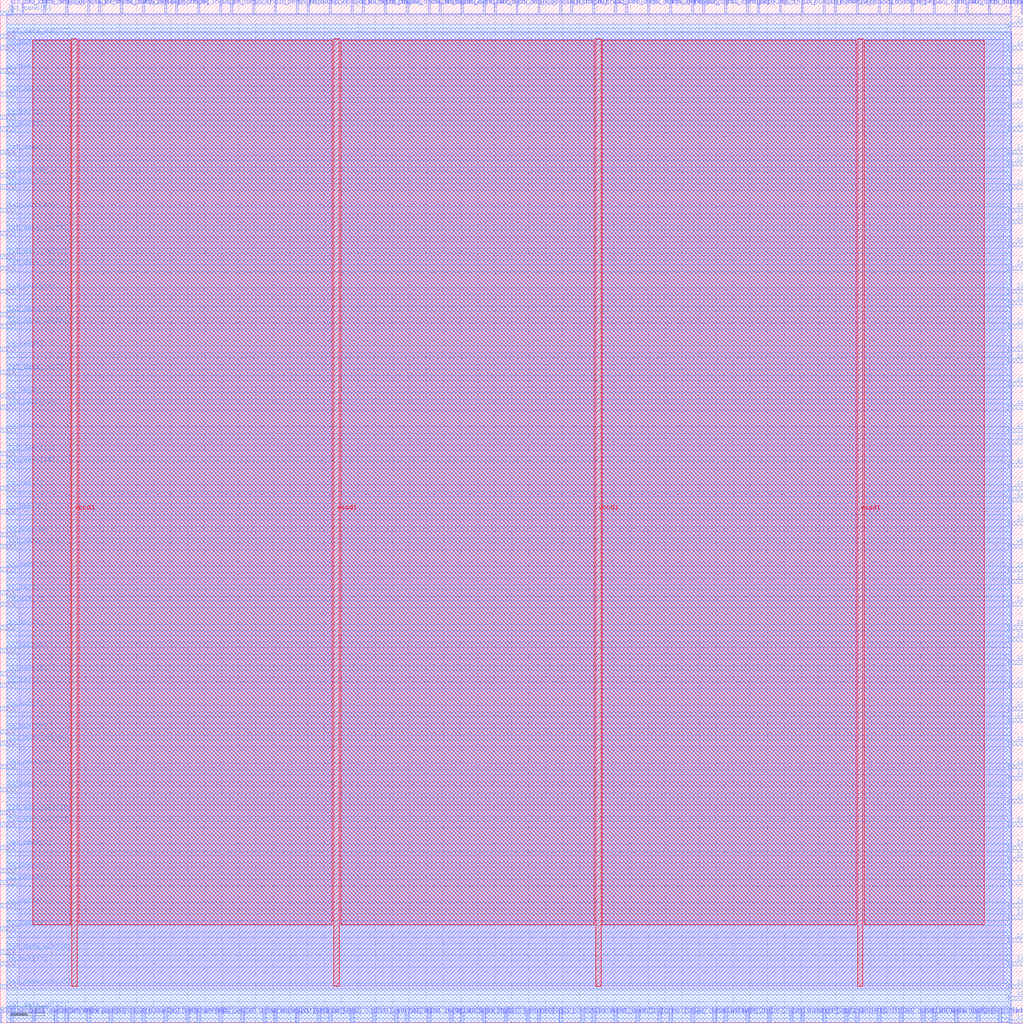
<source format=lef>
VERSION 5.7 ;
  NOWIREEXTENSIONATPIN ON ;
  DIVIDERCHAR "/" ;
  BUSBITCHARS "[]" ;
MACRO wrapped_wavelet_transform
  CLASS BLOCK ;
  FOREIGN wrapped_wavelet_transform ;
  ORIGIN 0.000 0.000 ;
  SIZE 300.000 BY 300.000 ;
  PIN active
    DIRECTION INPUT ;
    USE SIGNAL ;
    PORT
      LAYER met3 ;
        RECT 0.000 278.540 4.000 279.740 ;
    END
  END active
  PIN io_in[0]
    DIRECTION INPUT ;
    USE SIGNAL ;
    PORT
      LAYER met2 ;
        RECT 93.330 0.000 93.890 4.000 ;
    END
  END io_in[0]
  PIN io_in[10]
    DIRECTION INPUT ;
    USE SIGNAL ;
    PORT
      LAYER met2 ;
        RECT 167.390 296.000 167.950 300.000 ;
    END
  END io_in[10]
  PIN io_in[11]
    DIRECTION INPUT ;
    USE SIGNAL ;
    PORT
      LAYER met2 ;
        RECT 3.170 296.000 3.730 300.000 ;
    END
  END io_in[11]
  PIN io_in[12]
    DIRECTION INPUT ;
    USE SIGNAL ;
    PORT
      LAYER met3 ;
        RECT 296.000 251.340 300.000 252.540 ;
    END
  END io_in[12]
  PIN io_in[13]
    DIRECTION INPUT ;
    USE SIGNAL ;
    PORT
      LAYER met2 ;
        RECT 141.630 0.000 142.190 4.000 ;
    END
  END io_in[13]
  PIN io_in[14]
    DIRECTION INPUT ;
    USE SIGNAL ;
    PORT
      LAYER met2 ;
        RECT 112.650 296.000 113.210 300.000 ;
    END
  END io_in[14]
  PIN io_in[15]
    DIRECTION INPUT ;
    USE SIGNAL ;
    PORT
      LAYER met3 ;
        RECT 296.000 261.540 300.000 262.740 ;
    END
  END io_in[15]
  PIN io_in[16]
    DIRECTION INPUT ;
    USE SIGNAL ;
    PORT
      LAYER met3 ;
        RECT 296.000 23.540 300.000 24.740 ;
    END
  END io_in[16]
  PIN io_in[17]
    DIRECTION INPUT ;
    USE SIGNAL ;
    PORT
      LAYER met2 ;
        RECT 64.350 296.000 64.910 300.000 ;
    END
  END io_in[17]
  PIN io_in[18]
    DIRECTION INPUT ;
    USE SIGNAL ;
    PORT
      LAYER met2 ;
        RECT 74.010 296.000 74.570 300.000 ;
    END
  END io_in[18]
  PIN io_in[19]
    DIRECTION INPUT ;
    USE SIGNAL ;
    PORT
      LAYER met2 ;
        RECT 257.550 0.000 258.110 4.000 ;
    END
  END io_in[19]
  PIN io_in[1]
    DIRECTION INPUT ;
    USE SIGNAL ;
    PORT
      LAYER met3 ;
        RECT 0.000 98.340 4.000 99.540 ;
    END
  END io_in[1]
  PIN io_in[20]
    DIRECTION INPUT ;
    USE SIGNAL ;
    PORT
      LAYER met3 ;
        RECT 0.000 173.140 4.000 174.340 ;
    END
  END io_in[20]
  PIN io_in[21]
    DIRECTION INPUT ;
    USE SIGNAL ;
    PORT
      LAYER met3 ;
        RECT 0.000 115.340 4.000 116.540 ;
    END
  END io_in[21]
  PIN io_in[22]
    DIRECTION INPUT ;
    USE SIGNAL ;
    PORT
      LAYER met3 ;
        RECT 296.000 91.540 300.000 92.740 ;
    END
  END io_in[22]
  PIN io_in[23]
    DIRECTION INPUT ;
    USE SIGNAL ;
    PORT
      LAYER met2 ;
        RECT 57.910 296.000 58.470 300.000 ;
    END
  END io_in[23]
  PIN io_in[24]
    DIRECTION INPUT ;
    USE SIGNAL ;
    PORT
      LAYER met2 ;
        RECT 41.810 296.000 42.370 300.000 ;
    END
  END io_in[24]
  PIN io_in[25]
    DIRECTION INPUT ;
    USE SIGNAL ;
    PORT
      LAYER met2 ;
        RECT 225.350 0.000 225.910 4.000 ;
    END
  END io_in[25]
  PIN io_in[26]
    DIRECTION INPUT ;
    USE SIGNAL ;
    PORT
      LAYER met2 ;
        RECT 218.910 0.000 219.470 4.000 ;
    END
  END io_in[26]
  PIN io_in[27]
    DIRECTION INPUT ;
    USE SIGNAL ;
    PORT
      LAYER met3 ;
        RECT 296.000 64.340 300.000 65.540 ;
    END
  END io_in[27]
  PIN io_in[28]
    DIRECTION INPUT ;
    USE SIGNAL ;
    PORT
      LAYER met2 ;
        RECT 196.370 0.000 196.930 4.000 ;
    END
  END io_in[28]
  PIN io_in[29]
    DIRECTION INPUT ;
    USE SIGNAL ;
    PORT
      LAYER met2 ;
        RECT 299.410 296.000 299.970 300.000 ;
    END
  END io_in[29]
  PIN io_in[2]
    DIRECTION INPUT ;
    USE SIGNAL ;
    PORT
      LAYER met2 ;
        RECT 96.550 0.000 97.110 4.000 ;
    END
  END io_in[2]
  PIN io_in[30]
    DIRECTION INPUT ;
    USE SIGNAL ;
    PORT
      LAYER met3 ;
        RECT 296.000 115.340 300.000 116.540 ;
    END
  END io_in[30]
  PIN io_in[31]
    DIRECTION INPUT ;
    USE SIGNAL ;
    PORT
      LAYER met3 ;
        RECT 0.000 264.940 4.000 266.140 ;
    END
  END io_in[31]
  PIN io_in[32]
    DIRECTION INPUT ;
    USE SIGNAL ;
    PORT
      LAYER met2 ;
        RECT 186.710 0.000 187.270 4.000 ;
    END
  END io_in[32]
  PIN io_in[33]
    DIRECTION INPUT ;
    USE SIGNAL ;
    PORT
      LAYER met3 ;
        RECT 0.000 156.140 4.000 157.340 ;
    END
  END io_in[33]
  PIN io_in[34]
    DIRECTION INPUT ;
    USE SIGNAL ;
    PORT
      LAYER met2 ;
        RECT 228.570 296.000 229.130 300.000 ;
    END
  END io_in[34]
  PIN io_in[35]
    DIRECTION INPUT ;
    USE SIGNAL ;
    PORT
      LAYER met2 ;
        RECT 260.770 296.000 261.330 300.000 ;
    END
  END io_in[35]
  PIN io_in[36]
    DIRECTION INPUT ;
    USE SIGNAL ;
    PORT
      LAYER met3 ;
        RECT 296.000 186.740 300.000 187.940 ;
    END
  END io_in[36]
  PIN io_in[37]
    DIRECTION INPUT ;
    USE SIGNAL ;
    PORT
      LAYER met2 ;
        RECT 267.210 296.000 267.770 300.000 ;
    END
  END io_in[37]
  PIN io_in[3]
    DIRECTION INPUT ;
    USE SIGNAL ;
    PORT
      LAYER met2 ;
        RECT 173.830 296.000 174.390 300.000 ;
    END
  END io_in[3]
  PIN io_in[4]
    DIRECTION INPUT ;
    USE SIGNAL ;
    PORT
      LAYER met3 ;
        RECT 296.000 179.940 300.000 181.140 ;
    END
  END io_in[4]
  PIN io_in[5]
    DIRECTION INPUT ;
    USE SIGNAL ;
    PORT
      LAYER met3 ;
        RECT 296.000 285.340 300.000 286.540 ;
    END
  END io_in[5]
  PIN io_in[6]
    DIRECTION INPUT ;
    USE SIGNAL ;
    PORT
      LAYER met3 ;
        RECT 0.000 183.340 4.000 184.540 ;
    END
  END io_in[6]
  PIN io_in[7]
    DIRECTION INPUT ;
    USE SIGNAL ;
    PORT
      LAYER met3 ;
        RECT 0.000 125.540 4.000 126.740 ;
    END
  END io_in[7]
  PIN io_in[8]
    DIRECTION INPUT ;
    USE SIGNAL ;
    PORT
      LAYER met3 ;
        RECT 296.000 196.940 300.000 198.140 ;
    END
  END io_in[8]
  PIN io_in[9]
    DIRECTION INPUT ;
    USE SIGNAL ;
    PORT
      LAYER met2 ;
        RECT 51.470 296.000 52.030 300.000 ;
    END
  END io_in[9]
  PIN io_oeb[0]
    DIRECTION INOUT ;
    USE SIGNAL ;
    PORT
      LAYER met2 ;
        RECT 157.730 0.000 158.290 4.000 ;
    END
  END io_oeb[0]
  PIN io_oeb[10]
    DIRECTION INOUT ;
    USE SIGNAL ;
    PORT
      LAYER met3 ;
        RECT 0.000 101.740 4.000 102.940 ;
    END
  END io_oeb[10]
  PIN io_oeb[11]
    DIRECTION INOUT ;
    USE SIGNAL ;
    PORT
      LAYER met3 ;
        RECT 296.000 169.740 300.000 170.940 ;
    END
  END io_oeb[11]
  PIN io_oeb[12]
    DIRECTION INOUT ;
    USE SIGNAL ;
    PORT
      LAYER met3 ;
        RECT 296.000 88.140 300.000 89.340 ;
    END
  END io_oeb[12]
  PIN io_oeb[13]
    DIRECTION INOUT ;
    USE SIGNAL ;
    PORT
      LAYER met3 ;
        RECT 296.000 81.340 300.000 82.540 ;
    END
  END io_oeb[13]
  PIN io_oeb[14]
    DIRECTION INOUT ;
    USE SIGNAL ;
    PORT
      LAYER met3 ;
        RECT 0.000 26.940 4.000 28.140 ;
    END
  END io_oeb[14]
  PIN io_oeb[15]
    DIRECTION INOUT ;
    USE SIGNAL ;
    PORT
      LAYER met2 ;
        RECT 86.890 296.000 87.450 300.000 ;
    END
  END io_oeb[15]
  PIN io_oeb[16]
    DIRECTION INOUT ;
    USE SIGNAL ;
    PORT
      LAYER met3 ;
        RECT 296.000 9.940 300.000 11.140 ;
    END
  END io_oeb[16]
  PIN io_oeb[17]
    DIRECTION INOUT ;
    USE SIGNAL ;
    PORT
      LAYER met2 ;
        RECT 80.450 0.000 81.010 4.000 ;
    END
  END io_oeb[17]
  PIN io_oeb[18]
    DIRECTION INOUT ;
    USE SIGNAL ;
    PORT
      LAYER met2 ;
        RECT 218.910 296.000 219.470 300.000 ;
    END
  END io_oeb[18]
  PIN io_oeb[19]
    DIRECTION INOUT ;
    USE SIGNAL ;
    PORT
      LAYER met2 ;
        RECT 90.110 296.000 90.670 300.000 ;
    END
  END io_oeb[19]
  PIN io_oeb[1]
    DIRECTION INOUT ;
    USE SIGNAL ;
    PORT
      LAYER met2 ;
        RECT 235.010 0.000 235.570 4.000 ;
    END
  END io_oeb[1]
  PIN io_oeb[20]
    DIRECTION INOUT ;
    USE SIGNAL ;
    PORT
      LAYER met3 ;
        RECT 296.000 128.940 300.000 130.140 ;
    END
  END io_oeb[20]
  PIN io_oeb[21]
    DIRECTION INOUT ;
    USE SIGNAL ;
    PORT
      LAYER met2 ;
        RECT 12.830 296.000 13.390 300.000 ;
    END
  END io_oeb[21]
  PIN io_oeb[22]
    DIRECTION INOUT ;
    USE SIGNAL ;
    PORT
      LAYER met2 ;
        RECT 32.150 0.000 32.710 4.000 ;
    END
  END io_oeb[22]
  PIN io_oeb[23]
    DIRECTION INOUT ;
    USE SIGNAL ;
    PORT
      LAYER met2 ;
        RECT 151.290 296.000 151.850 300.000 ;
    END
  END io_oeb[23]
  PIN io_oeb[24]
    DIRECTION INOUT ;
    USE SIGNAL ;
    PORT
      LAYER met2 ;
        RECT 157.730 296.000 158.290 300.000 ;
    END
  END io_oeb[24]
  PIN io_oeb[25]
    DIRECTION INOUT ;
    USE SIGNAL ;
    PORT
      LAYER met2 ;
        RECT 286.530 0.000 287.090 4.000 ;
    END
  END io_oeb[25]
  PIN io_oeb[26]
    DIRECTION INOUT ;
    USE SIGNAL ;
    PORT
      LAYER met3 ;
        RECT 296.000 234.340 300.000 235.540 ;
    END
  END io_oeb[26]
  PIN io_oeb[27]
    DIRECTION INOUT ;
    USE SIGNAL ;
    PORT
      LAYER met2 ;
        RECT 180.270 296.000 180.830 300.000 ;
    END
  END io_oeb[27]
  PIN io_oeb[28]
    DIRECTION INOUT ;
    USE SIGNAL ;
    PORT
      LAYER met2 ;
        RECT 251.110 0.000 251.670 4.000 ;
    END
  END io_oeb[28]
  PIN io_oeb[29]
    DIRECTION INOUT ;
    USE SIGNAL ;
    PORT
      LAYER met3 ;
        RECT 296.000 193.540 300.000 194.740 ;
    END
  END io_oeb[29]
  PIN io_oeb[2]
    DIRECTION INOUT ;
    USE SIGNAL ;
    PORT
      LAYER met2 ;
        RECT 251.110 296.000 251.670 300.000 ;
    END
  END io_oeb[2]
  PIN io_oeb[30]
    DIRECTION INOUT ;
    USE SIGNAL ;
    PORT
      LAYER met2 ;
        RECT 19.270 296.000 19.830 300.000 ;
    END
  END io_oeb[30]
  PIN io_oeb[31]
    DIRECTION INOUT ;
    USE SIGNAL ;
    PORT
      LAYER met2 ;
        RECT 247.890 0.000 248.450 4.000 ;
    END
  END io_oeb[31]
  PIN io_oeb[32]
    DIRECTION INOUT ;
    USE SIGNAL ;
    PORT
      LAYER met3 ;
        RECT 0.000 149.340 4.000 150.540 ;
    END
  END io_oeb[32]
  PIN io_oeb[33]
    DIRECTION INOUT ;
    USE SIGNAL ;
    PORT
      LAYER met2 ;
        RECT 292.970 0.000 293.530 4.000 ;
    END
  END io_oeb[33]
  PIN io_oeb[34]
    DIRECTION INOUT ;
    USE SIGNAL ;
    PORT
      LAYER met2 ;
        RECT 67.570 296.000 68.130 300.000 ;
    END
  END io_oeb[34]
  PIN io_oeb[35]
    DIRECTION INOUT ;
    USE SIGNAL ;
    PORT
      LAYER met3 ;
        RECT 0.000 132.340 4.000 133.540 ;
    END
  END io_oeb[35]
  PIN io_oeb[36]
    DIRECTION INOUT ;
    USE SIGNAL ;
    PORT
      LAYER met3 ;
        RECT 0.000 67.740 4.000 68.940 ;
    END
  END io_oeb[36]
  PIN io_oeb[37]
    DIRECTION INOUT ;
    USE SIGNAL ;
    PORT
      LAYER met3 ;
        RECT 0.000 108.540 4.000 109.740 ;
    END
  END io_oeb[37]
  PIN io_oeb[3]
    DIRECTION INOUT ;
    USE SIGNAL ;
    PORT
      LAYER met2 ;
        RECT 154.510 0.000 155.070 4.000 ;
    END
  END io_oeb[3]
  PIN io_oeb[4]
    DIRECTION INOUT ;
    USE SIGNAL ;
    PORT
      LAYER met3 ;
        RECT 296.000 -0.260 300.000 0.940 ;
    END
  END io_oeb[4]
  PIN io_oeb[5]
    DIRECTION INOUT ;
    USE SIGNAL ;
    PORT
      LAYER met3 ;
        RECT 0.000 196.940 4.000 198.140 ;
    END
  END io_oeb[5]
  PIN io_oeb[6]
    DIRECTION INOUT ;
    USE SIGNAL ;
    PORT
      LAYER met3 ;
        RECT 296.000 105.140 300.000 106.340 ;
    END
  END io_oeb[6]
  PIN io_oeb[7]
    DIRECTION INOUT ;
    USE SIGNAL ;
    PORT
      LAYER met2 ;
        RECT 80.450 296.000 81.010 300.000 ;
    END
  END io_oeb[7]
  PIN io_oeb[8]
    DIRECTION INOUT ;
    USE SIGNAL ;
    PORT
      LAYER met2 ;
        RECT 25.710 0.000 26.270 4.000 ;
    END
  END io_oeb[8]
  PIN io_oeb[9]
    DIRECTION INOUT ;
    USE SIGNAL ;
    PORT
      LAYER met2 ;
        RECT 64.350 0.000 64.910 4.000 ;
    END
  END io_oeb[9]
  PIN io_out[0]
    DIRECTION INOUT ;
    USE SIGNAL ;
    PORT
      LAYER met3 ;
        RECT 296.000 278.540 300.000 279.740 ;
    END
  END io_out[0]
  PIN io_out[10]
    DIRECTION INOUT ;
    USE SIGNAL ;
    PORT
      LAYER met3 ;
        RECT 296.000 162.940 300.000 164.140 ;
    END
  END io_out[10]
  PIN io_out[11]
    DIRECTION INOUT ;
    USE SIGNAL ;
    PORT
      LAYER met3 ;
        RECT 0.000 16.740 4.000 17.940 ;
    END
  END io_out[11]
  PIN io_out[12]
    DIRECTION INOUT ;
    USE SIGNAL ;
    PORT
      LAYER met3 ;
        RECT 0.000 43.940 4.000 45.140 ;
    END
  END io_out[12]
  PIN io_out[13]
    DIRECTION INOUT ;
    USE SIGNAL ;
    PORT
      LAYER met2 ;
        RECT 241.450 0.000 242.010 4.000 ;
    END
  END io_out[13]
  PIN io_out[14]
    DIRECTION INOUT ;
    USE SIGNAL ;
    PORT
      LAYER met3 ;
        RECT 296.000 237.740 300.000 238.940 ;
    END
  END io_out[14]
  PIN io_out[15]
    DIRECTION INOUT ;
    USE SIGNAL ;
    PORT
      LAYER met3 ;
        RECT 0.000 247.940 4.000 249.140 ;
    END
  END io_out[15]
  PIN io_out[16]
    DIRECTION INOUT ;
    USE SIGNAL ;
    PORT
      LAYER met3 ;
        RECT 296.000 156.140 300.000 157.340 ;
    END
  END io_out[16]
  PIN io_out[17]
    DIRECTION INOUT ;
    USE SIGNAL ;
    PORT
      LAYER met2 ;
        RECT 280.090 296.000 280.650 300.000 ;
    END
  END io_out[17]
  PIN io_out[18]
    DIRECTION INOUT ;
    USE SIGNAL ;
    PORT
      LAYER met2 ;
        RECT 280.090 0.000 280.650 4.000 ;
    END
  END io_out[18]
  PIN io_out[19]
    DIRECTION INOUT ;
    USE SIGNAL ;
    PORT
      LAYER met3 ;
        RECT 0.000 142.540 4.000 143.740 ;
    END
  END io_out[19]
  PIN io_out[1]
    DIRECTION INOUT ;
    USE SIGNAL ;
    PORT
      LAYER met2 ;
        RECT 202.810 296.000 203.370 300.000 ;
    END
  END io_out[1]
  PIN io_out[20]
    DIRECTION INOUT ;
    USE SIGNAL ;
    PORT
      LAYER met2 ;
        RECT 244.670 296.000 245.230 300.000 ;
    END
  END io_out[20]
  PIN io_out[21]
    DIRECTION INOUT ;
    USE SIGNAL ;
    PORT
      LAYER met3 ;
        RECT 0.000 244.540 4.000 245.740 ;
    END
  END io_out[21]
  PIN io_out[22]
    DIRECTION INOUT ;
    USE SIGNAL ;
    PORT
      LAYER met2 ;
        RECT 193.150 0.000 193.710 4.000 ;
    END
  END io_out[22]
  PIN io_out[23]
    DIRECTION INOUT ;
    USE SIGNAL ;
    PORT
      LAYER met3 ;
        RECT 296.000 132.340 300.000 133.540 ;
    END
  END io_out[23]
  PIN io_out[24]
    DIRECTION INOUT ;
    USE SIGNAL ;
    PORT
      LAYER met2 ;
        RECT 164.170 0.000 164.730 4.000 ;
    END
  END io_out[24]
  PIN io_out[25]
    DIRECTION INOUT ;
    USE SIGNAL ;
    PORT
      LAYER met2 ;
        RECT 222.130 296.000 222.690 300.000 ;
    END
  END io_out[25]
  PIN io_out[26]
    DIRECTION INOUT ;
    USE SIGNAL ;
    PORT
      LAYER met3 ;
        RECT 0.000 33.740 4.000 34.940 ;
    END
  END io_out[26]
  PIN io_out[27]
    DIRECTION INOUT ;
    USE SIGNAL ;
    PORT
      LAYER met2 ;
        RECT 235.010 296.000 235.570 300.000 ;
    END
  END io_out[27]
  PIN io_out[28]
    DIRECTION INOUT ;
    USE SIGNAL ;
    PORT
      LAYER met2 ;
        RECT 102.990 0.000 103.550 4.000 ;
    END
  END io_out[28]
  PIN io_out[29]
    DIRECTION INOUT ;
    USE SIGNAL ;
    PORT
      LAYER met3 ;
        RECT 296.000 6.540 300.000 7.740 ;
    END
  END io_out[29]
  PIN io_out[2]
    DIRECTION INOUT ;
    USE SIGNAL ;
    PORT
      LAYER met2 ;
        RECT 41.810 0.000 42.370 4.000 ;
    END
  END io_out[2]
  PIN io_out[30]
    DIRECTION INOUT ;
    USE SIGNAL ;
    PORT
      LAYER met3 ;
        RECT 0.000 40.540 4.000 41.740 ;
    END
  END io_out[30]
  PIN io_out[31]
    DIRECTION INOUT ;
    USE SIGNAL ;
    PORT
      LAYER met3 ;
        RECT 0.000 84.740 4.000 85.940 ;
    END
  END io_out[31]
  PIN io_out[32]
    DIRECTION INOUT ;
    USE SIGNAL ;
    PORT
      LAYER met3 ;
        RECT 0.000 285.340 4.000 286.540 ;
    END
  END io_out[32]
  PIN io_out[33]
    DIRECTION INOUT ;
    USE SIGNAL ;
    PORT
      LAYER met3 ;
        RECT 296.000 40.540 300.000 41.740 ;
    END
  END io_out[33]
  PIN io_out[34]
    DIRECTION INOUT ;
    USE SIGNAL ;
    PORT
      LAYER met3 ;
        RECT 296.000 244.540 300.000 245.740 ;
    END
  END io_out[34]
  PIN io_out[35]
    DIRECTION INOUT ;
    USE SIGNAL ;
    PORT
      LAYER met3 ;
        RECT 296.000 227.540 300.000 228.740 ;
    END
  END io_out[35]
  PIN io_out[36]
    DIRECTION INOUT ;
    USE SIGNAL ;
    PORT
      LAYER met2 ;
        RECT 96.550 296.000 97.110 300.000 ;
    END
  END io_out[36]
  PIN io_out[37]
    DIRECTION INOUT ;
    USE SIGNAL ;
    PORT
      LAYER met3 ;
        RECT 296.000 268.340 300.000 269.540 ;
    END
  END io_out[37]
  PIN io_out[3]
    DIRECTION INOUT ;
    USE SIGNAL ;
    PORT
      LAYER met3 ;
        RECT 0.000 261.540 4.000 262.740 ;
    END
  END io_out[3]
  PIN io_out[4]
    DIRECTION INOUT ;
    USE SIGNAL ;
    PORT
      LAYER met3 ;
        RECT 296.000 173.140 300.000 174.340 ;
    END
  END io_out[4]
  PIN io_out[5]
    DIRECTION INOUT ;
    USE SIGNAL ;
    PORT
      LAYER met2 ;
        RECT 141.630 296.000 142.190 300.000 ;
    END
  END io_out[5]
  PIN io_out[6]
    DIRECTION INOUT ;
    USE SIGNAL ;
    PORT
      LAYER met2 ;
        RECT 289.750 296.000 290.310 300.000 ;
    END
  END io_out[6]
  PIN io_out[7]
    DIRECTION INOUT ;
    USE SIGNAL ;
    PORT
      LAYER met3 ;
        RECT 0.000 122.140 4.000 123.340 ;
    END
  END io_out[7]
  PIN io_out[8]
    DIRECTION INOUT ;
    USE SIGNAL ;
    PORT
      LAYER met2 ;
        RECT 115.870 0.000 116.430 4.000 ;
    END
  END io_out[8]
  PIN io_out[9]
    DIRECTION INOUT ;
    USE SIGNAL ;
    PORT
      LAYER met3 ;
        RECT 0.000 91.540 4.000 92.740 ;
    END
  END io_out[9]
  PIN la1_data_in[0]
    DIRECTION INPUT ;
    USE SIGNAL ;
    PORT
      LAYER met3 ;
        RECT 296.000 47.340 300.000 48.540 ;
    END
  END la1_data_in[0]
  PIN la1_data_in[10]
    DIRECTION INPUT ;
    USE SIGNAL ;
    PORT
      LAYER met2 ;
        RECT 131.970 0.000 132.530 4.000 ;
    END
  END la1_data_in[10]
  PIN la1_data_in[11]
    DIRECTION INPUT ;
    USE SIGNAL ;
    PORT
      LAYER met3 ;
        RECT 296.000 33.740 300.000 34.940 ;
    END
  END la1_data_in[11]
  PIN la1_data_in[12]
    DIRECTION INPUT ;
    USE SIGNAL ;
    PORT
      LAYER met3 ;
        RECT 0.000 224.140 4.000 225.340 ;
    END
  END la1_data_in[12]
  PIN la1_data_in[13]
    DIRECTION INPUT ;
    USE SIGNAL ;
    PORT
      LAYER met2 ;
        RECT 202.810 0.000 203.370 4.000 ;
    END
  END la1_data_in[13]
  PIN la1_data_in[14]
    DIRECTION INPUT ;
    USE SIGNAL ;
    PORT
      LAYER met3 ;
        RECT 0.000 81.340 4.000 82.540 ;
    END
  END la1_data_in[14]
  PIN la1_data_in[15]
    DIRECTION INPUT ;
    USE SIGNAL ;
    PORT
      LAYER met2 ;
        RECT 102.990 296.000 103.550 300.000 ;
    END
  END la1_data_in[15]
  PIN la1_data_in[16]
    DIRECTION INPUT ;
    USE SIGNAL ;
    PORT
      LAYER met2 ;
        RECT 189.930 296.000 190.490 300.000 ;
    END
  END la1_data_in[16]
  PIN la1_data_in[17]
    DIRECTION INPUT ;
    USE SIGNAL ;
    PORT
      LAYER met2 ;
        RECT 144.850 296.000 145.410 300.000 ;
    END
  END la1_data_in[17]
  PIN la1_data_in[18]
    DIRECTION INPUT ;
    USE SIGNAL ;
    PORT
      LAYER met2 ;
        RECT 263.990 0.000 264.550 4.000 ;
    END
  END la1_data_in[18]
  PIN la1_data_in[19]
    DIRECTION INPUT ;
    USE SIGNAL ;
    PORT
      LAYER met2 ;
        RECT 106.210 296.000 106.770 300.000 ;
    END
  END la1_data_in[19]
  PIN la1_data_in[1]
    DIRECTION INPUT ;
    USE SIGNAL ;
    PORT
      LAYER met2 ;
        RECT 119.090 0.000 119.650 4.000 ;
    END
  END la1_data_in[1]
  PIN la1_data_in[20]
    DIRECTION INPUT ;
    USE SIGNAL ;
    PORT
      LAYER met3 ;
        RECT 0.000 220.740 4.000 221.940 ;
    END
  END la1_data_in[20]
  PIN la1_data_in[21]
    DIRECTION INPUT ;
    USE SIGNAL ;
    PORT
      LAYER met2 ;
        RECT 296.190 296.000 296.750 300.000 ;
    END
  END la1_data_in[21]
  PIN la1_data_in[22]
    DIRECTION INPUT ;
    USE SIGNAL ;
    PORT
      LAYER met3 ;
        RECT 296.000 50.740 300.000 51.940 ;
    END
  END la1_data_in[22]
  PIN la1_data_in[23]
    DIRECTION INPUT ;
    USE SIGNAL ;
    PORT
      LAYER met3 ;
        RECT 0.000 3.140 4.000 4.340 ;
    END
  END la1_data_in[23]
  PIN la1_data_in[24]
    DIRECTION INPUT ;
    USE SIGNAL ;
    PORT
      LAYER met2 ;
        RECT 86.890 0.000 87.450 4.000 ;
    END
  END la1_data_in[24]
  PIN la1_data_in[25]
    DIRECTION INPUT ;
    USE SIGNAL ;
    PORT
      LAYER met3 ;
        RECT 0.000 230.940 4.000 232.140 ;
    END
  END la1_data_in[25]
  PIN la1_data_in[26]
    DIRECTION INPUT ;
    USE SIGNAL ;
    PORT
      LAYER met3 ;
        RECT 296.000 16.740 300.000 17.940 ;
    END
  END la1_data_in[26]
  PIN la1_data_in[27]
    DIRECTION INPUT ;
    USE SIGNAL ;
    PORT
      LAYER met2 ;
        RECT 173.830 0.000 174.390 4.000 ;
    END
  END la1_data_in[27]
  PIN la1_data_in[28]
    DIRECTION INPUT ;
    USE SIGNAL ;
    PORT
      LAYER met3 ;
        RECT 0.000 203.740 4.000 204.940 ;
    END
  END la1_data_in[28]
  PIN la1_data_in[29]
    DIRECTION INPUT ;
    USE SIGNAL ;
    PORT
      LAYER met2 ;
        RECT 6.390 296.000 6.950 300.000 ;
    END
  END la1_data_in[29]
  PIN la1_data_in[2]
    DIRECTION INPUT ;
    USE SIGNAL ;
    PORT
      LAYER met2 ;
        RECT 70.790 0.000 71.350 4.000 ;
    END
  END la1_data_in[2]
  PIN la1_data_in[30]
    DIRECTION INPUT ;
    USE SIGNAL ;
    PORT
      LAYER met2 ;
        RECT 9.610 0.000 10.170 4.000 ;
    END
  END la1_data_in[30]
  PIN la1_data_in[31]
    DIRECTION INPUT ;
    USE SIGNAL ;
    PORT
      LAYER met2 ;
        RECT 231.790 0.000 232.350 4.000 ;
    END
  END la1_data_in[31]
  PIN la1_data_in[3]
    DIRECTION INPUT ;
    USE SIGNAL ;
    PORT
      LAYER met3 ;
        RECT 0.000 190.140 4.000 191.340 ;
    END
  END la1_data_in[3]
  PIN la1_data_in[4]
    DIRECTION INPUT ;
    USE SIGNAL ;
    PORT
      LAYER met2 ;
        RECT 257.550 296.000 258.110 300.000 ;
    END
  END la1_data_in[4]
  PIN la1_data_in[5]
    DIRECTION INPUT ;
    USE SIGNAL ;
    PORT
      LAYER met3 ;
        RECT 296.000 145.940 300.000 147.140 ;
    END
  END la1_data_in[5]
  PIN la1_data_in[6]
    DIRECTION INPUT ;
    USE SIGNAL ;
    PORT
      LAYER met2 ;
        RECT 119.090 296.000 119.650 300.000 ;
    END
  END la1_data_in[6]
  PIN la1_data_in[7]
    DIRECTION INPUT ;
    USE SIGNAL ;
    PORT
      LAYER met3 ;
        RECT 0.000 139.140 4.000 140.340 ;
    END
  END la1_data_in[7]
  PIN la1_data_in[8]
    DIRECTION INPUT ;
    USE SIGNAL ;
    PORT
      LAYER met2 ;
        RECT 125.530 296.000 126.090 300.000 ;
    END
  END la1_data_in[8]
  PIN la1_data_in[9]
    DIRECTION INPUT ;
    USE SIGNAL ;
    PORT
      LAYER met3 ;
        RECT 0.000 207.140 4.000 208.340 ;
    END
  END la1_data_in[9]
  PIN la1_data_out[0]
    DIRECTION INOUT ;
    USE SIGNAL ;
    PORT
      LAYER met2 ;
        RECT 48.250 0.000 48.810 4.000 ;
    END
  END la1_data_out[0]
  PIN la1_data_out[10]
    DIRECTION INOUT ;
    USE SIGNAL ;
    PORT
      LAYER met3 ;
        RECT 296.000 71.140 300.000 72.340 ;
    END
  END la1_data_out[10]
  PIN la1_data_out[11]
    DIRECTION INOUT ;
    USE SIGNAL ;
    PORT
      LAYER met2 ;
        RECT 135.190 0.000 135.750 4.000 ;
    END
  END la1_data_out[11]
  PIN la1_data_out[12]
    DIRECTION INOUT ;
    USE SIGNAL ;
    PORT
      LAYER met3 ;
        RECT 296.000 275.140 300.000 276.340 ;
    END
  END la1_data_out[12]
  PIN la1_data_out[13]
    DIRECTION INOUT ;
    USE SIGNAL ;
    PORT
      LAYER met2 ;
        RECT 28.930 296.000 29.490 300.000 ;
    END
  END la1_data_out[13]
  PIN la1_data_out[14]
    DIRECTION INOUT ;
    USE SIGNAL ;
    PORT
      LAYER met2 ;
        RECT 164.170 296.000 164.730 300.000 ;
    END
  END la1_data_out[14]
  PIN la1_data_out[15]
    DIRECTION INOUT ;
    USE SIGNAL ;
    PORT
      LAYER met3 ;
        RECT 0.000 9.940 4.000 11.140 ;
    END
  END la1_data_out[15]
  PIN la1_data_out[16]
    DIRECTION INOUT ;
    USE SIGNAL ;
    PORT
      LAYER met3 ;
        RECT 296.000 98.340 300.000 99.540 ;
    END
  END la1_data_out[16]
  PIN la1_data_out[17]
    DIRECTION INOUT ;
    USE SIGNAL ;
    PORT
      LAYER met3 ;
        RECT 296.000 213.940 300.000 215.140 ;
    END
  END la1_data_out[17]
  PIN la1_data_out[18]
    DIRECTION INOUT ;
    USE SIGNAL ;
    PORT
      LAYER met2 ;
        RECT 35.370 296.000 35.930 300.000 ;
    END
  END la1_data_out[18]
  PIN la1_data_out[19]
    DIRECTION INOUT ;
    USE SIGNAL ;
    PORT
      LAYER met3 ;
        RECT 296.000 152.740 300.000 153.940 ;
    END
  END la1_data_out[19]
  PIN la1_data_out[1]
    DIRECTION INOUT ;
    USE SIGNAL ;
    PORT
      LAYER met3 ;
        RECT 0.000 271.740 4.000 272.940 ;
    END
  END la1_data_out[1]
  PIN la1_data_out[20]
    DIRECTION INOUT ;
    USE SIGNAL ;
    PORT
      LAYER met3 ;
        RECT 0.000 60.940 4.000 62.140 ;
    END
  END la1_data_out[20]
  PIN la1_data_out[21]
    DIRECTION INOUT ;
    USE SIGNAL ;
    PORT
      LAYER met3 ;
        RECT 296.000 254.740 300.000 255.940 ;
    END
  END la1_data_out[21]
  PIN la1_data_out[22]
    DIRECTION INOUT ;
    USE SIGNAL ;
    PORT
      LAYER met2 ;
        RECT 183.490 296.000 184.050 300.000 ;
    END
  END la1_data_out[22]
  PIN la1_data_out[23]
    DIRECTION INOUT ;
    USE SIGNAL ;
    PORT
      LAYER met2 ;
        RECT 77.230 0.000 77.790 4.000 ;
    END
  END la1_data_out[23]
  PIN la1_data_out[24]
    DIRECTION INOUT ;
    USE SIGNAL ;
    PORT
      LAYER met3 ;
        RECT 296.000 111.940 300.000 113.140 ;
    END
  END la1_data_out[24]
  PIN la1_data_out[25]
    DIRECTION INOUT ;
    USE SIGNAL ;
    PORT
      LAYER met3 ;
        RECT 0.000 20.140 4.000 21.340 ;
    END
  END la1_data_out[25]
  PIN la1_data_out[26]
    DIRECTION INOUT ;
    USE SIGNAL ;
    PORT
      LAYER met3 ;
        RECT 296.000 30.340 300.000 31.540 ;
    END
  END la1_data_out[26]
  PIN la1_data_out[27]
    DIRECTION INOUT ;
    USE SIGNAL ;
    PORT
      LAYER met3 ;
        RECT 0.000 288.740 4.000 289.940 ;
    END
  END la1_data_out[27]
  PIN la1_data_out[28]
    DIRECTION INOUT ;
    USE SIGNAL ;
    PORT
      LAYER met2 ;
        RECT 270.430 0.000 270.990 4.000 ;
    END
  END la1_data_out[28]
  PIN la1_data_out[29]
    DIRECTION INOUT ;
    USE SIGNAL ;
    PORT
      LAYER met2 ;
        RECT 38.590 0.000 39.150 4.000 ;
    END
  END la1_data_out[29]
  PIN la1_data_out[2]
    DIRECTION INOUT ;
    USE SIGNAL ;
    PORT
      LAYER met2 ;
        RECT 125.530 0.000 126.090 4.000 ;
    END
  END la1_data_out[2]
  PIN la1_data_out[30]
    DIRECTION INOUT ;
    USE SIGNAL ;
    PORT
      LAYER met3 ;
        RECT 296.000 74.540 300.000 75.740 ;
    END
  END la1_data_out[30]
  PIN la1_data_out[31]
    DIRECTION INOUT ;
    USE SIGNAL ;
    PORT
      LAYER met3 ;
        RECT 296.000 292.140 300.000 293.340 ;
    END
  END la1_data_out[31]
  PIN la1_data_out[3]
    DIRECTION INOUT ;
    USE SIGNAL ;
    PORT
      LAYER met3 ;
        RECT 0.000 57.540 4.000 58.740 ;
    END
  END la1_data_out[3]
  PIN la1_data_out[4]
    DIRECTION INOUT ;
    USE SIGNAL ;
    PORT
      LAYER met2 ;
        RECT 273.650 0.000 274.210 4.000 ;
    END
  END la1_data_out[4]
  PIN la1_data_out[5]
    DIRECTION INOUT ;
    USE SIGNAL ;
    PORT
      LAYER met2 ;
        RECT 19.270 0.000 19.830 4.000 ;
    END
  END la1_data_out[5]
  PIN la1_data_out[6]
    DIRECTION INOUT ;
    USE SIGNAL ;
    PORT
      LAYER met3 ;
        RECT 296.000 122.140 300.000 123.340 ;
    END
  END la1_data_out[6]
  PIN la1_data_out[7]
    DIRECTION INOUT ;
    USE SIGNAL ;
    PORT
      LAYER met2 ;
        RECT 3.170 0.000 3.730 4.000 ;
    END
  END la1_data_out[7]
  PIN la1_data_out[8]
    DIRECTION INOUT ;
    USE SIGNAL ;
    PORT
      LAYER met3 ;
        RECT 296.000 220.740 300.000 221.940 ;
    END
  END la1_data_out[8]
  PIN la1_data_out[9]
    DIRECTION INOUT ;
    USE SIGNAL ;
    PORT
      LAYER met2 ;
        RECT 283.310 296.000 283.870 300.000 ;
    END
  END la1_data_out[9]
  PIN la1_oenb[0]
    DIRECTION INPUT ;
    USE SIGNAL ;
    PORT
      LAYER met2 ;
        RECT 296.190 0.000 296.750 4.000 ;
    END
  END la1_oenb[0]
  PIN la1_oenb[10]
    DIRECTION INPUT ;
    USE SIGNAL ;
    PORT
      LAYER met2 ;
        RECT 273.650 296.000 274.210 300.000 ;
    END
  END la1_oenb[10]
  PIN la1_oenb[11]
    DIRECTION INPUT ;
    USE SIGNAL ;
    PORT
      LAYER met3 ;
        RECT 0.000 166.340 4.000 167.540 ;
    END
  END la1_oenb[11]
  PIN la1_oenb[12]
    DIRECTION INPUT ;
    USE SIGNAL ;
    PORT
      LAYER met3 ;
        RECT 0.000 179.940 4.000 181.140 ;
    END
  END la1_oenb[12]
  PIN la1_oenb[13]
    DIRECTION INPUT ;
    USE SIGNAL ;
    PORT
      LAYER met2 ;
        RECT 180.270 0.000 180.830 4.000 ;
    END
  END la1_oenb[13]
  PIN la1_oenb[14]
    DIRECTION INPUT ;
    USE SIGNAL ;
    PORT
      LAYER met2 ;
        RECT -0.050 0.000 0.510 4.000 ;
    END
  END la1_oenb[14]
  PIN la1_oenb[15]
    DIRECTION INPUT ;
    USE SIGNAL ;
    PORT
      LAYER met2 ;
        RECT 212.470 0.000 213.030 4.000 ;
    END
  END la1_oenb[15]
  PIN la1_oenb[16]
    DIRECTION INPUT ;
    USE SIGNAL ;
    PORT
      LAYER met3 ;
        RECT 0.000 213.940 4.000 215.140 ;
    END
  END la1_oenb[16]
  PIN la1_oenb[17]
    DIRECTION INPUT ;
    USE SIGNAL ;
    PORT
      LAYER met2 ;
        RECT 25.710 296.000 26.270 300.000 ;
    END
  END la1_oenb[17]
  PIN la1_oenb[18]
    DIRECTION INPUT ;
    USE SIGNAL ;
    PORT
      LAYER met2 ;
        RECT 135.190 296.000 135.750 300.000 ;
    END
  END la1_oenb[18]
  PIN la1_oenb[19]
    DIRECTION INPUT ;
    USE SIGNAL ;
    PORT
      LAYER met3 ;
        RECT 0.000 162.940 4.000 164.140 ;
    END
  END la1_oenb[19]
  PIN la1_oenb[1]
    DIRECTION INPUT ;
    USE SIGNAL ;
    PORT
      LAYER met2 ;
        RECT 54.690 0.000 55.250 4.000 ;
    END
  END la1_oenb[1]
  PIN la1_oenb[20]
    DIRECTION INPUT ;
    USE SIGNAL ;
    PORT
      LAYER met2 ;
        RECT 16.050 0.000 16.610 4.000 ;
    END
  END la1_oenb[20]
  PIN la1_oenb[21]
    DIRECTION INPUT ;
    USE SIGNAL ;
    PORT
      LAYER met2 ;
        RECT 196.370 296.000 196.930 300.000 ;
    END
  END la1_oenb[21]
  PIN la1_oenb[22]
    DIRECTION INPUT ;
    USE SIGNAL ;
    PORT
      LAYER met2 ;
        RECT 128.750 296.000 129.310 300.000 ;
    END
  END la1_oenb[22]
  PIN la1_oenb[23]
    DIRECTION INPUT ;
    USE SIGNAL ;
    PORT
      LAYER met2 ;
        RECT 148.070 0.000 148.630 4.000 ;
    END
  END la1_oenb[23]
  PIN la1_oenb[24]
    DIRECTION INPUT ;
    USE SIGNAL ;
    PORT
      LAYER met2 ;
        RECT 241.450 296.000 242.010 300.000 ;
    END
  END la1_oenb[24]
  PIN la1_oenb[25]
    DIRECTION INPUT ;
    USE SIGNAL ;
    PORT
      LAYER met3 ;
        RECT 296.000 57.540 300.000 58.740 ;
    END
  END la1_oenb[25]
  PIN la1_oenb[26]
    DIRECTION INPUT ;
    USE SIGNAL ;
    PORT
      LAYER met3 ;
        RECT 0.000 237.740 4.000 238.940 ;
    END
  END la1_oenb[26]
  PIN la1_oenb[27]
    DIRECTION INPUT ;
    USE SIGNAL ;
    PORT
      LAYER met3 ;
        RECT 296.000 210.540 300.000 211.740 ;
    END
  END la1_oenb[27]
  PIN la1_oenb[28]
    DIRECTION INPUT ;
    USE SIGNAL ;
    PORT
      LAYER met2 ;
        RECT 57.910 0.000 58.470 4.000 ;
    END
  END la1_oenb[28]
  PIN la1_oenb[29]
    DIRECTION INPUT ;
    USE SIGNAL ;
    PORT
      LAYER met2 ;
        RECT 109.430 0.000 109.990 4.000 ;
    END
  END la1_oenb[29]
  PIN la1_oenb[2]
    DIRECTION INPUT ;
    USE SIGNAL ;
    PORT
      LAYER met3 ;
        RECT 0.000 50.740 4.000 51.940 ;
    END
  END la1_oenb[2]
  PIN la1_oenb[30]
    DIRECTION INPUT ;
    USE SIGNAL ;
    PORT
      LAYER met3 ;
        RECT 296.000 203.740 300.000 204.940 ;
    END
  END la1_oenb[30]
  PIN la1_oenb[31]
    DIRECTION INPUT ;
    USE SIGNAL ;
    PORT
      LAYER met2 ;
        RECT 170.610 0.000 171.170 4.000 ;
    END
  END la1_oenb[31]
  PIN la1_oenb[3]
    DIRECTION INPUT ;
    USE SIGNAL ;
    PORT
      LAYER met2 ;
        RECT 212.470 296.000 213.030 300.000 ;
    END
  END la1_oenb[3]
  PIN la1_oenb[4]
    DIRECTION INPUT ;
    USE SIGNAL ;
    PORT
      LAYER met2 ;
        RECT 206.030 296.000 206.590 300.000 ;
    END
  END la1_oenb[4]
  PIN la1_oenb[5]
    DIRECTION INPUT ;
    USE SIGNAL ;
    PORT
      LAYER met3 ;
        RECT 0.000 295.540 4.000 296.740 ;
    END
  END la1_oenb[5]
  PIN la1_oenb[6]
    DIRECTION INPUT ;
    USE SIGNAL ;
    PORT
      LAYER met2 ;
        RECT 48.250 296.000 48.810 300.000 ;
    END
  END la1_oenb[6]
  PIN la1_oenb[7]
    DIRECTION INPUT ;
    USE SIGNAL ;
    PORT
      LAYER met2 ;
        RECT 209.250 0.000 209.810 4.000 ;
    END
  END la1_oenb[7]
  PIN la1_oenb[8]
    DIRECTION INPUT ;
    USE SIGNAL ;
    PORT
      LAYER met3 ;
        RECT 0.000 74.540 4.000 75.740 ;
    END
  END la1_oenb[8]
  PIN la1_oenb[9]
    DIRECTION INPUT ;
    USE SIGNAL ;
    PORT
      LAYER met3 ;
        RECT 0.000 254.740 4.000 255.940 ;
    END
  END la1_oenb[9]
  PIN vccd1
    DIRECTION INPUT ;
    USE POWER ;
    PORT
      LAYER met4 ;
        RECT 21.040 10.640 22.640 288.560 ;
    END
    PORT
      LAYER met4 ;
        RECT 174.640 10.640 176.240 288.560 ;
    END
  END vccd1
  PIN vssd1
    DIRECTION INPUT ;
    USE GROUND ;
    PORT
      LAYER met4 ;
        RECT 97.840 10.640 99.440 288.560 ;
    END
    PORT
      LAYER met4 ;
        RECT 251.440 10.640 253.040 288.560 ;
    END
  END vssd1
  PIN wb_clk_i
    DIRECTION INPUT ;
    USE SIGNAL ;
    PORT
      LAYER met3 ;
        RECT 296.000 139.140 300.000 140.340 ;
    END
  END wb_clk_i
  OBS
      LAYER li1 ;
        RECT 5.520 10.795 294.400 288.405 ;
      LAYER met1 ;
        RECT 1.910 9.900 296.630 290.660 ;
      LAYER met2 ;
        RECT 1.930 295.720 2.890 296.000 ;
        RECT 4.010 295.720 6.110 296.000 ;
        RECT 7.230 295.720 12.550 296.000 ;
        RECT 13.670 295.720 18.990 296.000 ;
        RECT 20.110 295.720 25.430 296.000 ;
        RECT 26.550 295.720 28.650 296.000 ;
        RECT 29.770 295.720 35.090 296.000 ;
        RECT 36.210 295.720 41.530 296.000 ;
        RECT 42.650 295.720 47.970 296.000 ;
        RECT 49.090 295.720 51.190 296.000 ;
        RECT 52.310 295.720 57.630 296.000 ;
        RECT 58.750 295.720 64.070 296.000 ;
        RECT 65.190 295.720 67.290 296.000 ;
        RECT 68.410 295.720 73.730 296.000 ;
        RECT 74.850 295.720 80.170 296.000 ;
        RECT 81.290 295.720 86.610 296.000 ;
        RECT 87.730 295.720 89.830 296.000 ;
        RECT 90.950 295.720 96.270 296.000 ;
        RECT 97.390 295.720 102.710 296.000 ;
        RECT 103.830 295.720 105.930 296.000 ;
        RECT 107.050 295.720 112.370 296.000 ;
        RECT 113.490 295.720 118.810 296.000 ;
        RECT 119.930 295.720 125.250 296.000 ;
        RECT 126.370 295.720 128.470 296.000 ;
        RECT 129.590 295.720 134.910 296.000 ;
        RECT 136.030 295.720 141.350 296.000 ;
        RECT 142.470 295.720 144.570 296.000 ;
        RECT 145.690 295.720 151.010 296.000 ;
        RECT 152.130 295.720 157.450 296.000 ;
        RECT 158.570 295.720 163.890 296.000 ;
        RECT 165.010 295.720 167.110 296.000 ;
        RECT 168.230 295.720 173.550 296.000 ;
        RECT 174.670 295.720 179.990 296.000 ;
        RECT 181.110 295.720 183.210 296.000 ;
        RECT 184.330 295.720 189.650 296.000 ;
        RECT 190.770 295.720 196.090 296.000 ;
        RECT 197.210 295.720 202.530 296.000 ;
        RECT 203.650 295.720 205.750 296.000 ;
        RECT 206.870 295.720 212.190 296.000 ;
        RECT 213.310 295.720 218.630 296.000 ;
        RECT 219.750 295.720 221.850 296.000 ;
        RECT 222.970 295.720 228.290 296.000 ;
        RECT 229.410 295.720 234.730 296.000 ;
        RECT 235.850 295.720 241.170 296.000 ;
        RECT 242.290 295.720 244.390 296.000 ;
        RECT 245.510 295.720 250.830 296.000 ;
        RECT 251.950 295.720 257.270 296.000 ;
        RECT 258.390 295.720 260.490 296.000 ;
        RECT 261.610 295.720 266.930 296.000 ;
        RECT 268.050 295.720 273.370 296.000 ;
        RECT 274.490 295.720 279.810 296.000 ;
        RECT 280.930 295.720 283.030 296.000 ;
        RECT 284.150 295.720 289.470 296.000 ;
        RECT 290.590 295.720 295.910 296.000 ;
        RECT 1.930 4.280 296.600 295.720 ;
        RECT 1.930 0.155 2.890 4.280 ;
        RECT 4.010 0.155 9.330 4.280 ;
        RECT 10.450 0.155 15.770 4.280 ;
        RECT 16.890 0.155 18.990 4.280 ;
        RECT 20.110 0.155 25.430 4.280 ;
        RECT 26.550 0.155 31.870 4.280 ;
        RECT 32.990 0.155 38.310 4.280 ;
        RECT 39.430 0.155 41.530 4.280 ;
        RECT 42.650 0.155 47.970 4.280 ;
        RECT 49.090 0.155 54.410 4.280 ;
        RECT 55.530 0.155 57.630 4.280 ;
        RECT 58.750 0.155 64.070 4.280 ;
        RECT 65.190 0.155 70.510 4.280 ;
        RECT 71.630 0.155 76.950 4.280 ;
        RECT 78.070 0.155 80.170 4.280 ;
        RECT 81.290 0.155 86.610 4.280 ;
        RECT 87.730 0.155 93.050 4.280 ;
        RECT 94.170 0.155 96.270 4.280 ;
        RECT 97.390 0.155 102.710 4.280 ;
        RECT 103.830 0.155 109.150 4.280 ;
        RECT 110.270 0.155 115.590 4.280 ;
        RECT 116.710 0.155 118.810 4.280 ;
        RECT 119.930 0.155 125.250 4.280 ;
        RECT 126.370 0.155 131.690 4.280 ;
        RECT 132.810 0.155 134.910 4.280 ;
        RECT 136.030 0.155 141.350 4.280 ;
        RECT 142.470 0.155 147.790 4.280 ;
        RECT 148.910 0.155 154.230 4.280 ;
        RECT 155.350 0.155 157.450 4.280 ;
        RECT 158.570 0.155 163.890 4.280 ;
        RECT 165.010 0.155 170.330 4.280 ;
        RECT 171.450 0.155 173.550 4.280 ;
        RECT 174.670 0.155 179.990 4.280 ;
        RECT 181.110 0.155 186.430 4.280 ;
        RECT 187.550 0.155 192.870 4.280 ;
        RECT 193.990 0.155 196.090 4.280 ;
        RECT 197.210 0.155 202.530 4.280 ;
        RECT 203.650 0.155 208.970 4.280 ;
        RECT 210.090 0.155 212.190 4.280 ;
        RECT 213.310 0.155 218.630 4.280 ;
        RECT 219.750 0.155 225.070 4.280 ;
        RECT 226.190 0.155 231.510 4.280 ;
        RECT 232.630 0.155 234.730 4.280 ;
        RECT 235.850 0.155 241.170 4.280 ;
        RECT 242.290 0.155 247.610 4.280 ;
        RECT 248.730 0.155 250.830 4.280 ;
        RECT 251.950 0.155 257.270 4.280 ;
        RECT 258.390 0.155 263.710 4.280 ;
        RECT 264.830 0.155 270.150 4.280 ;
        RECT 271.270 0.155 273.370 4.280 ;
        RECT 274.490 0.155 279.810 4.280 ;
        RECT 280.930 0.155 286.250 4.280 ;
        RECT 287.370 0.155 292.690 4.280 ;
        RECT 293.810 0.155 295.910 4.280 ;
      LAYER met3 ;
        RECT 1.905 291.740 295.600 292.905 ;
        RECT 1.905 290.340 296.175 291.740 ;
        RECT 4.400 288.340 296.175 290.340 ;
        RECT 1.905 286.940 296.175 288.340 ;
        RECT 4.400 284.940 295.600 286.940 ;
        RECT 1.905 280.140 296.175 284.940 ;
        RECT 4.400 278.140 295.600 280.140 ;
        RECT 1.905 276.740 296.175 278.140 ;
        RECT 1.905 274.740 295.600 276.740 ;
        RECT 1.905 273.340 296.175 274.740 ;
        RECT 4.400 271.340 296.175 273.340 ;
        RECT 1.905 269.940 296.175 271.340 ;
        RECT 1.905 267.940 295.600 269.940 ;
        RECT 1.905 266.540 296.175 267.940 ;
        RECT 4.400 264.540 296.175 266.540 ;
        RECT 1.905 263.140 296.175 264.540 ;
        RECT 4.400 261.140 295.600 263.140 ;
        RECT 1.905 256.340 296.175 261.140 ;
        RECT 4.400 254.340 295.600 256.340 ;
        RECT 1.905 252.940 296.175 254.340 ;
        RECT 1.905 250.940 295.600 252.940 ;
        RECT 1.905 249.540 296.175 250.940 ;
        RECT 4.400 247.540 296.175 249.540 ;
        RECT 1.905 246.140 296.175 247.540 ;
        RECT 4.400 244.140 295.600 246.140 ;
        RECT 1.905 239.340 296.175 244.140 ;
        RECT 4.400 237.340 295.600 239.340 ;
        RECT 1.905 235.940 296.175 237.340 ;
        RECT 1.905 233.940 295.600 235.940 ;
        RECT 1.905 232.540 296.175 233.940 ;
        RECT 4.400 230.540 296.175 232.540 ;
        RECT 1.905 229.140 296.175 230.540 ;
        RECT 1.905 227.140 295.600 229.140 ;
        RECT 1.905 225.740 296.175 227.140 ;
        RECT 4.400 223.740 296.175 225.740 ;
        RECT 1.905 222.340 296.175 223.740 ;
        RECT 4.400 220.340 295.600 222.340 ;
        RECT 1.905 215.540 296.175 220.340 ;
        RECT 4.400 213.540 295.600 215.540 ;
        RECT 1.905 212.140 296.175 213.540 ;
        RECT 1.905 210.140 295.600 212.140 ;
        RECT 1.905 208.740 296.175 210.140 ;
        RECT 4.400 206.740 296.175 208.740 ;
        RECT 1.905 205.340 296.175 206.740 ;
        RECT 4.400 203.340 295.600 205.340 ;
        RECT 1.905 198.540 296.175 203.340 ;
        RECT 4.400 196.540 295.600 198.540 ;
        RECT 1.905 195.140 296.175 196.540 ;
        RECT 1.905 193.140 295.600 195.140 ;
        RECT 1.905 191.740 296.175 193.140 ;
        RECT 4.400 189.740 296.175 191.740 ;
        RECT 1.905 188.340 296.175 189.740 ;
        RECT 1.905 186.340 295.600 188.340 ;
        RECT 1.905 184.940 296.175 186.340 ;
        RECT 4.400 182.940 296.175 184.940 ;
        RECT 1.905 181.540 296.175 182.940 ;
        RECT 4.400 179.540 295.600 181.540 ;
        RECT 1.905 174.740 296.175 179.540 ;
        RECT 4.400 172.740 295.600 174.740 ;
        RECT 1.905 171.340 296.175 172.740 ;
        RECT 1.905 169.340 295.600 171.340 ;
        RECT 1.905 167.940 296.175 169.340 ;
        RECT 4.400 165.940 296.175 167.940 ;
        RECT 1.905 164.540 296.175 165.940 ;
        RECT 4.400 162.540 295.600 164.540 ;
        RECT 1.905 157.740 296.175 162.540 ;
        RECT 4.400 155.740 295.600 157.740 ;
        RECT 1.905 154.340 296.175 155.740 ;
        RECT 1.905 152.340 295.600 154.340 ;
        RECT 1.905 150.940 296.175 152.340 ;
        RECT 4.400 148.940 296.175 150.940 ;
        RECT 1.905 147.540 296.175 148.940 ;
        RECT 1.905 145.540 295.600 147.540 ;
        RECT 1.905 144.140 296.175 145.540 ;
        RECT 4.400 142.140 296.175 144.140 ;
        RECT 1.905 140.740 296.175 142.140 ;
        RECT 4.400 138.740 295.600 140.740 ;
        RECT 1.905 133.940 296.175 138.740 ;
        RECT 4.400 131.940 295.600 133.940 ;
        RECT 1.905 130.540 296.175 131.940 ;
        RECT 1.905 128.540 295.600 130.540 ;
        RECT 1.905 127.140 296.175 128.540 ;
        RECT 4.400 125.140 296.175 127.140 ;
        RECT 1.905 123.740 296.175 125.140 ;
        RECT 4.400 121.740 295.600 123.740 ;
        RECT 1.905 116.940 296.175 121.740 ;
        RECT 4.400 114.940 295.600 116.940 ;
        RECT 1.905 113.540 296.175 114.940 ;
        RECT 1.905 111.540 295.600 113.540 ;
        RECT 1.905 110.140 296.175 111.540 ;
        RECT 4.400 108.140 296.175 110.140 ;
        RECT 1.905 106.740 296.175 108.140 ;
        RECT 1.905 104.740 295.600 106.740 ;
        RECT 1.905 103.340 296.175 104.740 ;
        RECT 4.400 101.340 296.175 103.340 ;
        RECT 1.905 99.940 296.175 101.340 ;
        RECT 4.400 97.940 295.600 99.940 ;
        RECT 1.905 93.140 296.175 97.940 ;
        RECT 4.400 91.140 295.600 93.140 ;
        RECT 1.905 89.740 296.175 91.140 ;
        RECT 1.905 87.740 295.600 89.740 ;
        RECT 1.905 86.340 296.175 87.740 ;
        RECT 4.400 84.340 296.175 86.340 ;
        RECT 1.905 82.940 296.175 84.340 ;
        RECT 4.400 80.940 295.600 82.940 ;
        RECT 1.905 76.140 296.175 80.940 ;
        RECT 4.400 74.140 295.600 76.140 ;
        RECT 1.905 72.740 296.175 74.140 ;
        RECT 1.905 70.740 295.600 72.740 ;
        RECT 1.905 69.340 296.175 70.740 ;
        RECT 4.400 67.340 296.175 69.340 ;
        RECT 1.905 65.940 296.175 67.340 ;
        RECT 1.905 63.940 295.600 65.940 ;
        RECT 1.905 62.540 296.175 63.940 ;
        RECT 4.400 60.540 296.175 62.540 ;
        RECT 1.905 59.140 296.175 60.540 ;
        RECT 4.400 57.140 295.600 59.140 ;
        RECT 1.905 52.340 296.175 57.140 ;
        RECT 4.400 50.340 295.600 52.340 ;
        RECT 1.905 48.940 296.175 50.340 ;
        RECT 1.905 46.940 295.600 48.940 ;
        RECT 1.905 45.540 296.175 46.940 ;
        RECT 4.400 43.540 296.175 45.540 ;
        RECT 1.905 42.140 296.175 43.540 ;
        RECT 4.400 40.140 295.600 42.140 ;
        RECT 1.905 35.340 296.175 40.140 ;
        RECT 4.400 33.340 295.600 35.340 ;
        RECT 1.905 31.940 296.175 33.340 ;
        RECT 1.905 29.940 295.600 31.940 ;
        RECT 1.905 28.540 296.175 29.940 ;
        RECT 4.400 26.540 296.175 28.540 ;
        RECT 1.905 25.140 296.175 26.540 ;
        RECT 1.905 23.140 295.600 25.140 ;
        RECT 1.905 21.740 296.175 23.140 ;
        RECT 4.400 19.740 296.175 21.740 ;
        RECT 1.905 18.340 296.175 19.740 ;
        RECT 4.400 16.340 295.600 18.340 ;
        RECT 1.905 11.540 296.175 16.340 ;
        RECT 4.400 9.540 295.600 11.540 ;
        RECT 1.905 8.140 296.175 9.540 ;
        RECT 1.905 6.140 295.600 8.140 ;
        RECT 1.905 4.740 296.175 6.140 ;
        RECT 4.400 2.740 296.175 4.740 ;
        RECT 1.905 1.340 296.175 2.740 ;
        RECT 1.905 0.175 295.600 1.340 ;
      LAYER met4 ;
        RECT 9.495 28.735 20.640 288.145 ;
        RECT 23.040 28.735 97.440 288.145 ;
        RECT 99.840 28.735 174.240 288.145 ;
        RECT 176.640 28.735 251.040 288.145 ;
        RECT 253.440 28.735 288.585 288.145 ;
  END
END wrapped_wavelet_transform
END LIBRARY


</source>
